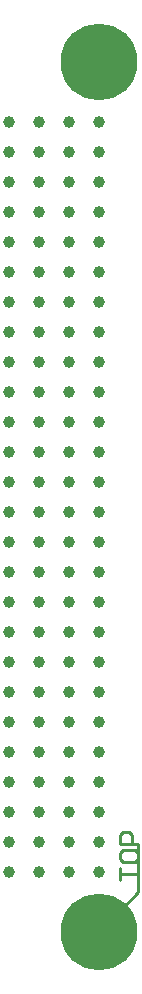
<source format=gtl>
G04 Layer_Physical_Order=1*
G04 Layer_Color=255*
%FSAX25Y25*%
%MOIN*%
G70*
G01*
G75*
%ADD10C,0.01000*%
%ADD11C,0.25590*%
%ADD12C,0.03937*%
D10*
X0571700Y0163200D02*
X0578400Y0169900D01*
Y0186200D01*
X0572402Y0174200D02*
Y0178199D01*
Y0176199D01*
X0578400D01*
X0572402Y0183197D02*
Y0181198D01*
X0573402Y0180198D01*
X0577400D01*
X0578400Y0181198D01*
Y0183197D01*
X0577400Y0184197D01*
X0573402D01*
X0572402Y0183197D01*
X0578400Y0186196D02*
X0572402D01*
Y0189195D01*
X0573402Y0190195D01*
X0575401D01*
X0576401Y0189195D01*
Y0186196D01*
D11*
X0565354Y0156728D02*
D03*
X0565484Y0446728D02*
D03*
D12*
X0535579Y0176736D02*
D03*
X0545579D02*
D03*
X0535579Y0226736D02*
D03*
X0545579D02*
D03*
Y0216736D02*
D03*
X0535579D02*
D03*
X0545579Y0206736D02*
D03*
X0535579D02*
D03*
X0545579Y0196736D02*
D03*
X0535579D02*
D03*
X0545579Y0186736D02*
D03*
X0535579D02*
D03*
Y0276736D02*
D03*
X0545579D02*
D03*
Y0266736D02*
D03*
X0535579D02*
D03*
X0545579Y0256736D02*
D03*
X0535579D02*
D03*
X0545579Y0246736D02*
D03*
X0535579D02*
D03*
X0545579Y0236736D02*
D03*
X0535579D02*
D03*
Y0326736D02*
D03*
X0545579D02*
D03*
Y0316736D02*
D03*
X0535579D02*
D03*
X0545579Y0306736D02*
D03*
X0535579D02*
D03*
X0545579Y0296736D02*
D03*
X0535579D02*
D03*
X0545579Y0286736D02*
D03*
X0535579D02*
D03*
Y0376736D02*
D03*
X0545579D02*
D03*
Y0366736D02*
D03*
X0535579D02*
D03*
X0545579Y0356736D02*
D03*
X0535579D02*
D03*
X0545579Y0346736D02*
D03*
X0535579D02*
D03*
X0545579Y0336736D02*
D03*
X0535579D02*
D03*
Y0386736D02*
D03*
X0545579D02*
D03*
X0535579Y0396736D02*
D03*
X0545579D02*
D03*
X0535579Y0406736D02*
D03*
X0545579D02*
D03*
X0535579Y0416736D02*
D03*
X0545579D02*
D03*
Y0426736D02*
D03*
X0535579D02*
D03*
X0555579Y0176736D02*
D03*
X0565579D02*
D03*
X0555579Y0226736D02*
D03*
X0565579D02*
D03*
Y0216736D02*
D03*
X0555579D02*
D03*
X0565579Y0206736D02*
D03*
X0555579D02*
D03*
X0565579Y0196736D02*
D03*
X0555579D02*
D03*
X0565579Y0186736D02*
D03*
X0555579D02*
D03*
Y0276736D02*
D03*
X0565579D02*
D03*
Y0266736D02*
D03*
X0555579D02*
D03*
X0565579Y0256736D02*
D03*
X0555579D02*
D03*
X0565579Y0246736D02*
D03*
X0555579D02*
D03*
X0565579Y0236736D02*
D03*
X0555579D02*
D03*
Y0326736D02*
D03*
X0565579D02*
D03*
Y0316736D02*
D03*
X0555579D02*
D03*
X0565579Y0306736D02*
D03*
X0555579D02*
D03*
X0565579Y0296736D02*
D03*
X0555579D02*
D03*
X0565579Y0286736D02*
D03*
X0555579D02*
D03*
Y0376736D02*
D03*
X0565579D02*
D03*
Y0366736D02*
D03*
X0555579D02*
D03*
X0565579Y0356736D02*
D03*
X0555579D02*
D03*
X0565579Y0346736D02*
D03*
X0555579D02*
D03*
X0565579Y0336736D02*
D03*
X0555579D02*
D03*
Y0386736D02*
D03*
X0565579D02*
D03*
X0555579Y0396736D02*
D03*
X0565579D02*
D03*
X0555579Y0406736D02*
D03*
X0565579D02*
D03*
X0555579Y0416736D02*
D03*
X0565579D02*
D03*
Y0426736D02*
D03*
X0555579D02*
D03*
M02*

</source>
